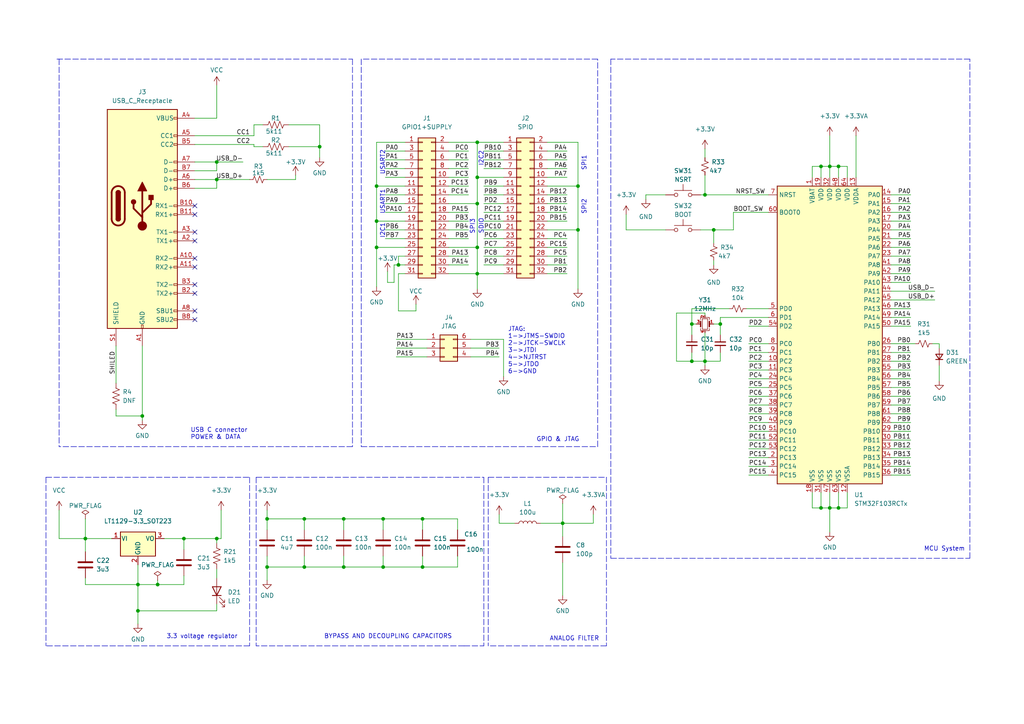
<source format=kicad_sch>
(kicad_sch (version 20211123) (generator eeschema)
  (paper "A4")
  (lib_symbols
    (symbol "Connector:USB_C_Receptacle" (pin_names (offset 1.016))
      (property "Reference" "J" (at -10.16 29.21 0))
      (property "Value" "USB_C_Receptacle" (at 10.16 29.21 0))
      (symbol "USB_C_Receptacle_1_1"
        (pin passive line (at 0 -40.64 90) (length 5.08) (name "GND") (number "A1"))
        (pin bidirectional line (at 15.24 -15.24 180) (length 5.08) (name "RX2-") (number "A10"))
        (pin bidirectional line (at 15.24 -17.78 180) (length 5.08) (name "RX2+") (number "A11"))
        (pin passive line (at 0 -40.64 90) (length 5.08) hide (name "GND") (number "A12"))
        (pin bidirectional line (at 15.24 -10.16 180) (length 5.08) (name "TX1+") (number "A2"))
        (pin bidirectional line (at 15.24 -7.62 180) (length 5.08) (name "TX1-") (number "A3"))
        (pin passive line (at 15.24 25.4 180) (length 5.08) (name "VBUS") (number "A4"))
        (pin bidirectional line (at 15.24 20.32 180) (length 5.08) (name "CC1") (number "A5"))
        (pin bidirectional line (at 15.24 7.62 180) (length 5.08) (name "D+") (number "A6"))
        (pin bidirectional line (at 15.24 12.7 180) (length 5.08) (name "D-") (number "A7"))
        (pin bidirectional line (at 15.24 -30.48 180) (length 5.08) (name "SBU1") (number "A8"))
        (pin passive line (at 15.24 25.4 180) (length 5.08) hide (name "VBUS") (number "A9"))
        (pin passive line (at 0 -40.64 90) (length 5.08) hide (name "GND") (number "B1"))
        (pin bidirectional line (at 15.24 0 180) (length 5.08) (name "RX1-") (number "B10"))
        (pin bidirectional line (at 15.24 -2.54 180) (length 5.08) (name "RX1+") (number "B11"))
        (pin passive line (at 0 -40.64 90) (length 5.08) hide (name "GND") (number "B12"))
        (pin bidirectional line (at 15.24 -25.4 180) (length 5.08) (name "TX2+") (number "B2"))
        (pin bidirectional line (at 15.24 -22.86 180) (length 5.08) (name "TX2-") (number "B3"))
        (pin passive line (at 15.24 25.4 180) (length 5.08) hide (name "VBUS") (number "B4"))
        (pin bidirectional line (at 15.24 17.78 180) (length 5.08) (name "CC2") (number "B5"))
        (pin bidirectional line (at 15.24 5.08 180) (length 5.08) (name "D+") (number "B6"))
        (pin bidirectional line (at 15.24 10.16 180) (length 5.08) (name "D-") (number "B7"))
        (pin bidirectional line (at 15.24 -33.02 180) (length 5.08) (name "SBU2") (number "B8"))
        (pin passive line (at 15.24 25.4 180) (length 5.08) hide (name "VBUS") (number "B9"))
        (pin passive line (at -7.62 -40.64 90) (length 5.08) (name "SHIELD") (number "S1"))
      )
    )
    (symbol "Connector_Generic:Conn_02x03_Counter_Clockwise" (pin_names (offset 1.016) hide)
      (property "Reference" "J" (at 1.27 5.08 0))
      (property "Value" "Conn_02x03_Counter_Clockwise" (at 1.27 -5.08 0))
      (symbol "Conn_02x03_Counter_Clockwise_1_1"
        (pin passive line (at -5.08 2.54 0) (length 3.81) (name "Pin_1") (number "1"))
        (pin passive line (at -5.08 0 0) (length 3.81) (name "Pin_2") (number "2"))
        (pin passive line (at -5.08 -2.54 0) (length 3.81) (name "Pin_3") (number "3"))
        (pin passive line (at 7.62 -2.54 180) (length 3.81) (name "Pin_4") (number "4"))
        (pin passive line (at 7.62 0 180) (length 3.81) (name "Pin_5") (number "5"))
        (pin passive line (at 7.62 2.54 180) (length 3.81) (name "Pin_6") (number "6"))
      )
    )
    (symbol "Connector_Generic:Conn_02x16_Odd_Even" (pin_names (offset 1.016) hide)
      (property "Reference" "J" (at 1.27 20.32 0))
      (property "Value" "Conn_02x16_Odd_Even" (at 1.27 -22.86 0))
      (symbol "Conn_02x16_Odd_Even_1_1"
        (pin passive line (at -5.08 17.78 0) (length 3.81) (name "Pin_1") (number "1"))
        (pin passive line (at 7.62 7.62 180) (length 3.81) (name "Pin_10") (number "10"))
        (pin passive line (at -5.08 5.08 0) (length 3.81) (name "Pin_11") (number "11"))
        (pin passive line (at 7.62 5.08 180) (length 3.81) (name "Pin_12") (number "12"))
        (pin passive line (at -5.08 2.54 0) (length 3.81) (name "Pin_13") (number "13"))
        (pin passive line (at 7.62 2.54 180) (length 3.81) (name "Pin_14") (number "14"))
        (pin passive line (at -5.08 0 0) (length 3.81) (name "Pin_15") (number "15"))
        (pin passive line (at 7.62 0 180) (length 3.81) (name "Pin_16") (number "16"))
        (pin passive line (at -5.08 -2.54 0) (length 3.81) (name "Pin_17") (number "17"))
        (pin passive line (at 7.62 -2.54 180) (length 3.81) (name "Pin_18") (number "18"))
        (pin passive line (at -5.08 -5.08 0) (length 3.81) (name "Pin_19") (number "19"))
        (pin passive line (at 7.62 17.78 180) (length 3.81) (name "Pin_2") (number "2"))
        (pin passive line (at 7.62 -5.08 180) (length 3.81) (name "Pin_20") (number "20"))
        (pin passive line (at -5.08 -7.62 0) (length 3.81) (name "Pin_21") (number "21"))
        (pin passive line (at 7.62 -7.62 180) (length 3.81) (name "Pin_22") (number "22"))
        (pin passive line (at -5.08 -10.16 0) (length 3.81) (name "Pin_23") (number "23"))
        (pin passive line (at 7.62 -10.16 180) (length 3.81) (name "Pin_24") (number "24"))
        (pin passive line (at -5.08 -12.7 0) (length 3.81) (name "Pin_25") (number "25"))
        (pin passive line (at 7.62 -12.7 180) (length 3.81) (name "Pin_26") (number "26"))
        (pin passive line (at -5.08 -15.24 0) (length 3.81) (name "Pin_27") (number "27"))
        (pin passive line (at 7.62 -15.24 180) (length 3.81) (name "Pin_28") (number "28"))
        (pin passive line (at -5.08 -17.78 0) (length 3.81) (name "Pin_29") (number "29"))
        (pin passive line (at -5.08 15.24 0) (length 3.81) (name "Pin_3") (number "3"))
        (pin passive line (at 7.62 -17.78 180) (length 3.81) (name "Pin_30") (number "30"))
        (pin passive line (at -5.08 -20.32 0) (length 3.81) (name "Pin_31") (number "31"))
        (pin passive line (at 7.62 -20.32 180) (length 3.81) (name "Pin_32") (number "32"))
        (pin passive line (at 7.62 15.24 180) (length 3.81) (name "Pin_4") (number "4"))
        (pin passive line (at -5.08 12.7 0) (length 3.81) (name "Pin_5") (number "5"))
        (pin passive line (at 7.62 12.7 180) (length 3.81) (name "Pin_6") (number "6"))
        (pin passive line (at -5.08 10.16 0) (length 3.81) (name "Pin_7") (number "7"))
        (pin passive line (at 7.62 10.16 180) (length 3.81) (name "Pin_8") (number "8"))
        (pin passive line (at -5.08 7.62 0) (length 3.81) (name "Pin_9") (number "9"))
      )
    )
    (symbol "Device:C" (pin_numbers hide) (pin_names (offset 0.254))
      (property "Reference" "C" (at 0.635 2.54 0))
      (property "Value" "C" (at 0.635 -2.54 0))
      (symbol "C_1_1"
        (pin passive line (at 0 3.81 270) (length 2.794) (name "~") (number "1"))
        (pin passive line (at 0 -3.81 90) (length 2.794) (name "~") (number "2"))
      )
    )
    (symbol "Device:C_Small" (pin_numbers hide) (pin_names (offset 0.254) hide)
      (property "Reference" "C" (at 0.254 1.778 0))
      (property "Value" "C_Small" (at 0.254 -2.032 0))
      (symbol "C_Small_1_1"
        (pin passive line (at 0 2.54 270) (length 2.032) (name "~") (number "1"))
        (pin passive line (at 0 -2.54 90) (length 2.032) (name "~") (number "2"))
      )
    )
    (symbol "Device:Crystal_GND24_Small" (pin_names (offset 1.016) hide)
      (property "Reference" "Y" (at 1.27 4.445 0))
      (property "Value" "Crystal_GND24_Small" (at 1.27 2.54 0))
      (symbol "Crystal_GND24_Small_1_1"
        (pin passive line (at -2.54 0 0) (length 1.27) (name "1") (number "1"))
        (pin passive line (at 0 -2.54 90) (length 0.635) (name "2") (number "2"))
        (pin passive line (at 2.54 0 180) (length 1.27) (name "3") (number "3"))
        (pin passive line (at 0 2.54 270) (length 0.635) (name "4") (number "4"))
      )
    )
    (symbol "Device:D_Small" (pin_numbers hide) (pin_names (offset 0.254) hide)
      (property "Reference" "D" (at -1.27 2.032 0))
      (property "Value" "D_Small" (at -3.81 -2.032 0))
      (symbol "D_Small_1_1"
        (pin passive line (at -2.54 0 0) (length 1.778) (name "K") (number "1"))
        (pin passive line (at 2.54 0 180) (length 1.778) (name "A") (number "2"))
      )
    )
    (symbol "Device:L" (pin_numbers hide) (pin_names (offset 1.016) hide)
      (property "Reference" "L" (at -1.27 0 90))
      (property "Value" "L" (at 1.905 0 90))
      (symbol "L_1_1"
        (pin passive line (at 0 3.81 270) (length 1.27) (name "1") (number "1"))
        (pin passive line (at 0 -3.81 90) (length 1.27) (name "2") (number "2"))
      )
    )
    (symbol "Device:LED" (pin_numbers hide) (pin_names (offset 1.016) hide)
      (property "Reference" "D" (at 0 2.54 0))
      (property "Value" "LED" (at 0 -2.54 0))
      (symbol "LED_1_1"
        (pin passive line (at -3.81 0 0) (length 2.54) (name "K") (number "1"))
        (pin passive line (at 3.81 0 180) (length 2.54) (name "A") (number "2"))
      )
    )
    (symbol "Device:R_Small_US" (pin_numbers hide) (pin_names (offset 0.254) hide)
      (property "Reference" "R" (at 0.762 0.508 0))
      (property "Value" "R_Small_US" (at 0.762 -1.016 0))
      (symbol "R_Small_US_1_1"
        (pin passive line (at 0 2.54 270) (length 1.016) (name "~") (number "1"))
        (pin passive line (at 0 -2.54 90) (length 1.016) (name "~") (number "2"))
      )
    )
    (symbol "Device:R_US" (pin_numbers hide) (pin_names (offset 0))
      (property "Reference" "R" (at 2.54 0 90))
      (property "Value" "R_US" (at -2.54 0 90))
      (symbol "R_US_1_1"
        (pin passive line (at 0 3.81 270) (length 1.27) (name "~") (number "1"))
        (pin passive line (at 0 -3.81 90) (length 1.27) (name "~") (number "2"))
      )
    )
    (symbol "MCU_ST_STM32F1:STM32F103RCTx"
      (property "Reference" "U" (at -15.24 44.45 0))
      (property "Value" "STM32F103RCTx" (at 10.16 44.45 0))
      (symbol "STM32F103RCTx_1_1"
        (pin power_in line (at -5.08 45.72 270) (length 2.54) (name "VBAT") (number "1"))
        (pin bidirectional line (at -17.78 -7.62 0) (length 2.54) (name "PC2") (number "10"))
        (pin bidirectional line (at -17.78 -10.16 0) (length 2.54) (name "PC3") (number "11"))
        (pin power_in line (at 5.08 -45.72 90) (length 2.54) (name "VSSA") (number "12"))
        (pin power_in line (at 7.62 45.72 270) (length 2.54) (name "VDDA") (number "13"))
        (pin bidirectional line (at 17.78 40.64 180) (length 2.54) (name "PA0") (number "14"))
        (pin bidirectional line (at 17.78 38.1 180) (length 2.54) (name "PA1") (number "15"))
        (pin bidirectional line (at 17.78 35.56 180) (length 2.54) (name "PA2") (number "16"))
        (pin bidirectional line (at 17.78 33.02 180) (length 2.54) (name "PA3") (number "17"))
        (pin power_in line (at -5.08 -45.72 90) (length 2.54) (name "VSS") (number "18"))
        (pin power_in line (at -2.54 45.72 270) (length 2.54) (name "VDD") (number "19"))
        (pin bidirectional line (at -17.78 -35.56 0) (length 2.54) (name "PC13") (number "2"))
        (pin bidirectional line (at 17.78 30.48 180) (length 2.54) (name "PA4") (number "20"))
        (pin bidirectional line (at 17.78 27.94 180) (length 2.54) (name "PA5") (number "21"))
        (pin bidirectional line (at 17.78 25.4 180) (length 2.54) (name "PA6") (number "22"))
        (pin bidirectional line (at 17.78 22.86 180) (length 2.54) (name "PA7") (number "23"))
        (pin bidirectional line (at -17.78 -12.7 0) (length 2.54) (name "PC4") (number "24"))
        (pin bidirectional line (at -17.78 -15.24 0) (length 2.54) (name "PC5") (number "25"))
        (pin bidirectional line (at 17.78 -2.54 180) (length 2.54) (name "PB0") (number "26"))
        (pin bidirectional line (at 17.78 -5.08 180) (length 2.54) (name "PB1") (number "27"))
        (pin bidirectional line (at 17.78 -7.62 180) (length 2.54) (name "PB2") (number "28"))
        (pin bidirectional line (at 17.78 -27.94 180) (length 2.54) (name "PB10") (number "29"))
        (pin bidirectional line (at -17.78 -38.1 0) (length 2.54) (name "PC14") (number "3"))
        (pin bidirectional line (at 17.78 -30.48 180) (length 2.54) (name "PB11") (number "30"))
        (pin power_in line (at -2.54 -45.72 90) (length 2.54) (name "VSS") (number "31"))
        (pin power_in line (at 0 45.72 270) (length 2.54) (name "VDD") (number "32"))
        (pin bidirectional line (at 17.78 -33.02 180) (length 2.54) (name "PB12") (number "33"))
        (pin bidirectional line (at 17.78 -35.56 180) (length 2.54) (name "PB13") (number "34"))
        (pin bidirectional line (at 17.78 -38.1 180) (length 2.54) (name "PB14") (number "35"))
        (pin bidirectional line (at 17.78 -40.64 180) (length 2.54) (name "PB15") (number "36"))
        (pin bidirectional line (at -17.78 -17.78 0) (length 2.54) (name "PC6") (number "37"))
        (pin bidirectional line (at -17.78 -20.32 0) (length 2.54) (name "PC7") (number "38"))
        (pin bidirectional line (at -17.78 -22.86 0) (length 2.54) (name "PC8") (number "39"))
        (pin bidirectional line (at -17.78 -40.64 0) (length 2.54) (name "PC15") (number "4"))
        (pin bidirectional line (at -17.78 -25.4 0) (length 2.54) (name "PC9") (number "40"))
        (pin bidirectional line (at 17.78 20.32 180) (length 2.54) (name "PA8") (number "41"))
        (pin bidirectional line (at 17.78 17.78 180) (length 2.54) (name "PA9") (number "42"))
        (pin bidirectional line (at 17.78 15.24 180) (length 2.54) (name "PA10") (number "43"))
        (pin bidirectional line (at 17.78 12.7 180) (length 2.54) (name "PA11") (number "44"))
        (pin bidirectional line (at 17.78 10.16 180) (length 2.54) (name "PA12") (number "45"))
        (pin bidirectional line (at 17.78 7.62 180) (length 2.54) (name "PA13") (number "46"))
        (pin power_in line (at 0 -45.72 90) (length 2.54) (name "VSS") (number "47"))
        (pin power_in line (at 2.54 45.72 270) (length 2.54) (name "VDD") (number "48"))
        (pin bidirectional line (at 17.78 5.08 180) (length 2.54) (name "PA14") (number "49"))
        (pin input line (at -17.78 7.62 0) (length 2.54) (name "PD0") (number "5"))
        (pin bidirectional line (at 17.78 2.54 180) (length 2.54) (name "PA15") (number "50"))
        (pin bidirectional line (at -17.78 -27.94 0) (length 2.54) (name "PC10") (number "51"))
        (pin bidirectional line (at -17.78 -30.48 0) (length 2.54) (name "PC11") (number "52"))
        (pin bidirectional line (at -17.78 -33.02 0) (length 2.54) (name "PC12") (number "53"))
        (pin bidirectional line (at -17.78 2.54 0) (length 2.54) (name "PD2") (number "54"))
        (pin bidirectional line (at 17.78 -10.16 180) (length 2.54) (name "PB3") (number "55"))
        (pin bidirectional line (at 17.78 -12.7 180) (length 2.54) (name "PB4") (number "56"))
        (pin bidirectional line (at 17.78 -15.24 180) (length 2.54) (name "PB5") (number "57"))
        (pin bidirectional line (at 17.78 -17.78 180) (length 2.54) (name "PB6") (number "58"))
        (pin bidirectional line (at 17.78 -20.32 180) (length 2.54) (name "PB7") (number "59"))
        (pin input line (at -17.78 5.08 0) (length 2.54) (name "PD1") (number "6"))
        (pin input line (at -17.78 35.56 0) (length 2.54) (name "BOOT0") (number "60"))
        (pin bidirectional line (at 17.78 -22.86 180) (length 2.54) (name "PB8") (number "61"))
        (pin bidirectional line (at 17.78 -25.4 180) (length 2.54) (name "PB9") (number "62"))
        (pin power_in line (at 2.54 -45.72 90) (length 2.54) (name "VSS") (number "63"))
        (pin power_in line (at 5.08 45.72 270) (length 2.54) (name "VDD") (number "64"))
        (pin input line (at -17.78 40.64 0) (length 2.54) (name "NRST") (number "7"))
        (pin bidirectional line (at -17.78 -2.54 0) (length 2.54) (name "PC0") (number "8"))
        (pin bidirectional line (at -17.78 -5.08 0) (length 2.54) (name "PC1") (number "9"))
      )
    )
    (symbol "Regulator_Linear:LT1129-3.3_SOT223" (pin_names (offset 0.254))
      (property "Reference" "U" (at -3.81 3.175 0))
      (property "Value" "LT1129-3.3_SOT223" (at 0 3.175 0))
      (symbol "LT1129-3.3_SOT223_1_1"
        (pin power_in line (at -7.62 0 0) (length 2.54) (name "VI") (number "1"))
        (pin power_in line (at 0 -7.62 90) (length 2.54) (name "GND") (number "2"))
        (pin power_out line (at 7.62 0 180) (length 2.54) (name "VO") (number "3"))
      )
    )
    (symbol "Switch:SW_Push" (pin_numbers hide) (pin_names (offset 1.016) hide)
      (property "Reference" "SW" (at 1.27 2.54 0))
      (property "Value" "SW_Push" (at 0 -1.524 0))
      (symbol "SW_Push_0_1"
        (pin passive line (at -5.08 0 0) (length 2.54) (name "1") (number "1"))
        (pin passive line (at 5.08 0 180) (length 2.54) (name "2") (number "2"))
      )
    )
    (symbol "power:+3.3V" (power) (pin_names (offset 0))
      (property "Value" "+3.3V" (at 0 3.556 0))
      (symbol "+3.3V_1_1"
        (pin power_in line (at 0 0 90) (length 0) hide (name "+3.3V") (number "1"))
      )
    )
    (symbol "power:+3.3VA" (power) (pin_names (offset 0))
      (property "Value" "+3.3VA" (at 0 3.556 0))
      (symbol "+3.3VA_1_1"
        (pin power_in line (at 0 0 90) (length 0) hide (name "+3.3VA") (number "1"))
      )
    )
    (symbol "power:GND" (power) (pin_names (offset 0))
      (property "Value" "GND" (at 0 -3.81 0))
      (symbol "GND_1_1"
        (pin power_in line (at 0 0 270) (length 0) hide (name "GND") (number "1"))
      )
    )
    (symbol "power:PWR_FLAG" (power) (pin_numbers hide) (pin_names (offset 0) hide)
      (property "Value" "PWR_FLAG" (at 0 3.81 0))
      (symbol "PWR_FLAG_0_0"
        (pin power_out line (at 0 0 90) (length 0) (name "pwr") (number "1"))
      )
    )
    (symbol "power:VCC" (power) (pin_names (offset 0))
      (property "Value" "VCC" (at 0 3.81 0))
      (symbol "VCC_1_1"
        (pin power_in line (at 0 0 90) (length 0) hide (name "VCC") (number "1"))
      )
    )
  )
  (junction (at 238.125 147.32))
  (junction (at 24.765 156.21))
  (junction (at 204.47 56.515))
  (junction (at 88.265 150.495))
  (junction (at 77.47 150.495))
  (junction (at 109.22 53.975))
  (junction (at 41.275 120.65))
  (junction (at 99.695 150.495))
  (junction (at 167.64 53.975))
  (junction (at 40.005 177.165))
  (junction (at 240.665 147.32))
  (junction (at 204.47 104.775))
  (junction (at 111.125 150.495))
  (junction (at 53.34 156.21))
  (junction (at 167.64 66.675))
  (junction (at 77.47 164.465))
  (junction (at 238.125 48.26))
  (junction (at 122.555 164.465))
  (junction (at 243.205 147.32))
  (junction (at 99.695 164.465))
  (junction (at 208.915 93.98))
  (junction (at 207.01 66.675))
  (junction (at 62.865 46.99))
  (junction (at 243.205 48.26))
  (junction (at 138.43 51.435))
  (junction (at 88.265 164.465))
  (junction (at 163.195 151.765))
  (junction (at 138.43 41.275))
  (junction (at 62.865 52.07))
  (junction (at 62.865 156.21))
  (junction (at 200.66 104.775))
  (junction (at 111.125 164.465))
  (junction (at 240.665 48.26))
  (junction (at 138.43 59.055))
  (junction (at 109.22 71.755))
  (junction (at 115.57 76.835))
  (junction (at 40.005 169.545))
  (junction (at 45.72 169.545))
  (junction (at 138.43 71.755))
  (junction (at 92.71 42.545))
  (junction (at 138.43 79.375))
  (junction (at 122.555 150.495))
  (junction (at 200.66 93.98))
  (junction (at 109.22 64.135))
  (no_connect (at 56.515 67.31))
  (no_connect (at 56.515 92.71))
  (no_connect (at 56.515 59.69))
  (no_connect (at 56.515 85.09))
  (no_connect (at 56.515 77.47))
  (no_connect (at 56.515 82.55))
  (no_connect (at 56.515 69.85))
  (no_connect (at 56.515 62.23))
  (no_connect (at 56.515 74.93))
  (no_connect (at 56.515 90.17))
  (wire (pts (xy 109.22 41.275) (xy 117.475 41.275)))
  (wire (pts (xy 158.75 76.835) (xy 164.465 76.835)))
  (wire (pts (xy 196.215 90.805) (xy 196.215 104.775)))
  (wire (pts (xy 258.445 92.075) (xy 264.16 92.075)))
  (wire (pts (xy 207.01 93.98) (xy 208.915 93.98)))
  (wire (pts (xy 112.395 81.915) (xy 112.395 78.74)))
  (wire (pts (xy 130.175 71.755) (xy 138.43 71.755)))
  (wire (pts (xy 217.17 102.235) (xy 222.885 102.235)))
  (polyline (pts (xy 141.605 138.43) (xy 141.605 187.325)))
  (wire (pts (xy 62.865 156.21) (xy 64.135 156.21)))
  (wire (pts (xy 217.17 112.395) (xy 222.885 112.395)))
  (wire (pts (xy 136.525 100.965) (xy 144.78 100.965)))
  (wire (pts (xy 258.445 120.015) (xy 264.16 120.015)))
  (wire (pts (xy 217.17 107.315) (xy 222.885 107.315)))
  (polyline (pts (xy 72.39 138.43) (xy 72.39 187.325)))
  (wire (pts (xy 243.205 142.875) (xy 243.205 147.32)))
  (wire (pts (xy 109.22 64.135) (xy 117.475 64.135)))
  (wire (pts (xy 73.66 42.545) (xy 76.2 42.545)))
  (wire (pts (xy 140.335 66.675) (xy 146.05 66.675)))
  (wire (pts (xy 77.47 52.07) (xy 85.725 52.07)))
  (wire (pts (xy 158.75 48.895) (xy 164.465 48.895)))
  (polyline (pts (xy 104.775 17.145) (xy 104.775 129.54)))
  (wire (pts (xy 140.335 71.755) (xy 146.05 71.755)))
  (wire (pts (xy 62.865 165.1) (xy 62.865 167.64)))
  (wire (pts (xy 138.43 59.055) (xy 138.43 71.755)))
  (wire (pts (xy 201.93 93.98) (xy 200.66 93.98)))
  (wire (pts (xy 111.125 150.495) (xy 111.125 153.67)))
  (wire (pts (xy 41.275 100.33) (xy 41.275 120.65)))
  (wire (pts (xy 130.175 46.355) (xy 135.89 46.355)))
  (wire (pts (xy 258.445 66.675) (xy 264.16 66.675)))
  (wire (pts (xy 258.445 125.095) (xy 264.16 125.095)))
  (wire (pts (xy 62.865 34.29) (xy 62.865 24.765)))
  (wire (pts (xy 132.715 150.495) (xy 122.555 150.495)))
  (wire (pts (xy 132.715 161.29) (xy 132.715 164.465)))
  (wire (pts (xy 144.78 151.765) (xy 149.225 151.765)))
  (polyline (pts (xy 134.62 187.325) (xy 140.335 187.325)))
  (wire (pts (xy 245.745 142.875) (xy 245.745 147.32)))
  (wire (pts (xy 216.535 89.535) (xy 222.885 89.535)))
  (wire (pts (xy 111.76 46.355) (xy 117.475 46.355)))
  (polyline (pts (xy 16.51 17.145) (xy 102.235 17.145)))
  (wire (pts (xy 115.57 79.375) (xy 117.475 79.375)))
  (wire (pts (xy 53.34 169.545) (xy 45.72 169.545)))
  (wire (pts (xy 109.22 53.975) (xy 117.475 53.975)))
  (wire (pts (xy 163.195 163.195) (xy 163.195 172.72)))
  (wire (pts (xy 217.17 127.635) (xy 222.885 127.635)))
  (wire (pts (xy 109.22 53.975) (xy 109.22 64.135)))
  (wire (pts (xy 158.75 74.295) (xy 164.465 74.295)))
  (wire (pts (xy 245.745 48.26) (xy 243.205 48.26)))
  (wire (pts (xy 140.335 56.515) (xy 146.05 56.515)))
  (wire (pts (xy 235.585 48.26) (xy 238.125 48.26)))
  (wire (pts (xy 258.445 69.215) (xy 264.16 69.215)))
  (wire (pts (xy 115.57 90.17) (xy 120.65 90.17)))
  (polyline (pts (xy 134.62 187.325) (xy 74.295 187.325)))
  (wire (pts (xy 111.125 150.495) (xy 122.555 150.495)))
  (wire (pts (xy 115.57 76.835) (xy 114.3 76.835)))
  (wire (pts (xy 109.22 41.275) (xy 109.22 53.975)))
  (wire (pts (xy 258.445 112.395) (xy 264.16 112.395)))
  (wire (pts (xy 73.66 39.37) (xy 56.515 39.37)))
  (wire (pts (xy 53.34 167.005) (xy 53.34 169.545)))
  (wire (pts (xy 258.445 94.615) (xy 264.16 94.615)))
  (wire (pts (xy 140.335 61.595) (xy 146.05 61.595)))
  (wire (pts (xy 217.17 130.175) (xy 222.885 130.175)))
  (wire (pts (xy 272.415 100.965) (xy 272.415 99.695)))
  (wire (pts (xy 204.47 50.8) (xy 204.47 56.515)))
  (wire (pts (xy 140.335 43.815) (xy 146.05 43.815)))
  (wire (pts (xy 243.205 48.26) (xy 240.665 48.26)))
  (wire (pts (xy 204.47 96.52) (xy 204.47 104.775)))
  (wire (pts (xy 17.145 147.955) (xy 17.145 156.21)))
  (wire (pts (xy 45.72 168.275) (xy 45.72 169.545)))
  (wire (pts (xy 132.715 153.67) (xy 132.715 150.495)))
  (wire (pts (xy 158.75 43.815) (xy 164.465 43.815)))
  (wire (pts (xy 114.3 81.915) (xy 112.395 81.915)))
  (wire (pts (xy 62.865 52.07) (xy 72.39 52.07)))
  (wire (pts (xy 238.125 147.32) (xy 240.665 147.32)))
  (wire (pts (xy 136.525 98.425) (xy 146.05 98.425)))
  (wire (pts (xy 140.335 59.055) (xy 146.05 59.055)))
  (wire (pts (xy 136.525 103.505) (xy 144.78 103.505)))
  (wire (pts (xy 158.75 53.975) (xy 167.64 53.975)))
  (polyline (pts (xy 72.39 187.325) (xy 13.335 187.325)))
  (wire (pts (xy 258.445 117.475) (xy 264.16 117.475)))
  (polyline (pts (xy 175.895 187.325) (xy 141.605 187.325)))
  (wire (pts (xy 77.47 164.465) (xy 77.47 168.275)))
  (wire (pts (xy 132.715 164.465) (xy 122.555 164.465)))
  (wire (pts (xy 111.76 48.895) (xy 117.475 48.895)))
  (wire (pts (xy 111.76 66.675) (xy 117.475 66.675)))
  (wire (pts (xy 56.515 46.99) (xy 62.865 46.99)))
  (wire (pts (xy 140.335 76.835) (xy 146.05 76.835)))
  (wire (pts (xy 258.445 71.755) (xy 264.16 71.755)))
  (wire (pts (xy 207.01 75.565) (xy 207.01 76.835)))
  (wire (pts (xy 41.275 120.65) (xy 41.275 121.92)))
  (wire (pts (xy 109.22 71.755) (xy 117.475 71.755)))
  (wire (pts (xy 111.76 59.055) (xy 117.475 59.055)))
  (wire (pts (xy 217.17 117.475) (xy 222.885 117.475)))
  (wire (pts (xy 130.175 56.515) (xy 135.89 56.515)))
  (wire (pts (xy 208.915 104.775) (xy 204.47 104.775)))
  (wire (pts (xy 92.71 36.195) (xy 92.71 42.545)))
  (polyline (pts (xy 173.355 129.54) (xy 173.355 17.145)))
  (wire (pts (xy 24.765 167.64) (xy 24.765 169.545)))
  (wire (pts (xy 83.82 36.195) (xy 92.71 36.195)))
  (wire (pts (xy 111.125 161.29) (xy 111.125 164.465)))
  (wire (pts (xy 111.76 69.215) (xy 117.475 69.215)))
  (wire (pts (xy 240.665 48.26) (xy 240.665 51.435)))
  (wire (pts (xy 88.265 164.465) (xy 99.695 164.465)))
  (wire (pts (xy 40.005 169.545) (xy 40.005 177.165)))
  (wire (pts (xy 99.695 150.495) (xy 111.125 150.495)))
  (wire (pts (xy 258.445 99.695) (xy 265.43 99.695)))
  (wire (pts (xy 208.915 93.98) (xy 208.915 97.155)))
  (wire (pts (xy 222.885 92.075) (xy 208.915 92.075)))
  (wire (pts (xy 130.175 66.675) (xy 135.89 66.675)))
  (wire (pts (xy 85.725 52.07) (xy 85.725 50.8)))
  (wire (pts (xy 235.585 51.435) (xy 235.585 48.26)))
  (wire (pts (xy 258.445 132.715) (xy 264.16 132.715)))
  (wire (pts (xy 140.335 69.215) (xy 146.05 69.215)))
  (wire (pts (xy 204.47 90.805) (xy 196.215 90.805)))
  (wire (pts (xy 238.125 51.435) (xy 238.125 48.26)))
  (wire (pts (xy 258.445 64.135) (xy 264.16 64.135)))
  (wire (pts (xy 212.725 61.595) (xy 222.885 61.595)))
  (wire (pts (xy 138.43 41.275) (xy 146.05 41.275)))
  (wire (pts (xy 56.515 54.61) (xy 62.865 54.61)))
  (wire (pts (xy 272.415 106.045) (xy 272.415 110.49)))
  (wire (pts (xy 130.175 79.375) (xy 138.43 79.375)))
  (wire (pts (xy 73.66 41.91) (xy 73.66 42.545)))
  (wire (pts (xy 56.515 41.91) (xy 73.66 41.91)))
  (wire (pts (xy 88.265 150.495) (xy 99.695 150.495)))
  (wire (pts (xy 208.915 102.235) (xy 208.915 104.775)))
  (wire (pts (xy 258.445 84.455) (xy 271.145 84.455)))
  (wire (pts (xy 115.57 76.835) (xy 117.475 76.835)))
  (wire (pts (xy 258.445 79.375) (xy 264.16 79.375)))
  (wire (pts (xy 130.175 76.835) (xy 135.89 76.835)))
  (wire (pts (xy 99.695 164.465) (xy 111.125 164.465)))
  (wire (pts (xy 243.205 147.32) (xy 240.665 147.32)))
  (wire (pts (xy 146.05 98.425) (xy 146.05 109.22)))
  (wire (pts (xy 217.17 135.255) (xy 222.885 135.255)))
  (wire (pts (xy 240.665 39.37) (xy 240.665 48.26)))
  (wire (pts (xy 207.01 66.675) (xy 212.725 66.675)))
  (wire (pts (xy 111.76 43.815) (xy 117.475 43.815)))
  (polyline (pts (xy 104.775 129.54) (xy 173.355 129.54)))
  (wire (pts (xy 258.445 76.835) (xy 264.16 76.835)))
  (wire (pts (xy 258.445 102.235) (xy 264.16 102.235)))
  (wire (pts (xy 258.445 56.515) (xy 264.16 56.515)))
  (wire (pts (xy 200.66 104.775) (xy 204.47 104.775)))
  (wire (pts (xy 204.47 91.44) (xy 204.47 90.805)))
  (polyline (pts (xy 141.605 138.43) (xy 175.895 138.43)))
  (wire (pts (xy 62.865 177.165) (xy 40.005 177.165)))
  (wire (pts (xy 47.625 156.21) (xy 53.34 156.21)))
  (wire (pts (xy 196.215 104.775) (xy 200.66 104.775)))
  (wire (pts (xy 62.865 156.21) (xy 62.865 157.48)))
  (wire (pts (xy 200.66 93.98) (xy 200.66 89.535)))
  (polyline (pts (xy 74.295 138.43) (xy 74.295 187.325)))
  (wire (pts (xy 99.695 150.495) (xy 99.695 153.67)))
  (wire (pts (xy 245.745 51.435) (xy 245.745 48.26)))
  (wire (pts (xy 238.125 48.26) (xy 240.665 48.26)))
  (wire (pts (xy 204.47 56.515) (xy 222.885 56.515)))
  (wire (pts (xy 238.125 142.875) (xy 238.125 147.32)))
  (wire (pts (xy 193.04 66.675) (xy 181.61 66.675)))
  (wire (pts (xy 83.82 42.545) (xy 92.71 42.545)))
  (wire (pts (xy 258.445 127.635) (xy 264.16 127.635)))
  (wire (pts (xy 114.3 76.835) (xy 114.3 81.915)))
  (wire (pts (xy 77.47 150.495) (xy 88.265 150.495)))
  (wire (pts (xy 181.61 66.675) (xy 181.61 62.23)))
  (wire (pts (xy 24.765 169.545) (xy 40.005 169.545)))
  (wire (pts (xy 130.175 64.135) (xy 135.89 64.135)))
  (wire (pts (xy 24.765 156.21) (xy 32.385 156.21)))
  (polyline (pts (xy 135.255 138.43) (xy 140.335 138.43)))
  (wire (pts (xy 122.555 150.495) (xy 122.555 153.67)))
  (wire (pts (xy 17.145 156.21) (xy 24.765 156.21)))
  (wire (pts (xy 204.47 104.775) (xy 204.47 106.045)))
  (wire (pts (xy 53.34 156.21) (xy 53.34 159.385)))
  (wire (pts (xy 111.76 56.515) (xy 117.475 56.515)))
  (wire (pts (xy 138.43 79.375) (xy 146.05 79.375)))
  (wire (pts (xy 258.445 122.555) (xy 264.16 122.555)))
  (wire (pts (xy 217.17 137.795) (xy 222.885 137.795)))
  (wire (pts (xy 24.765 150.495) (xy 24.765 156.21)))
  (polyline (pts (xy 102.235 129.54) (xy 17.145 129.54)))
  (wire (pts (xy 258.445 89.535) (xy 264.16 89.535)))
  (wire (pts (xy 258.445 114.935) (xy 264.16 114.935)))
  (wire (pts (xy 114.935 98.425) (xy 123.825 98.425)))
  (wire (pts (xy 158.75 79.375) (xy 164.465 79.375)))
  (wire (pts (xy 217.17 114.935) (xy 222.885 114.935)))
  (wire (pts (xy 130.175 51.435) (xy 135.89 51.435)))
  (wire (pts (xy 114.935 100.965) (xy 123.825 100.965)))
  (polyline (pts (xy 74.295 138.43) (xy 134.62 138.43)))
  (wire (pts (xy 217.17 104.775) (xy 222.885 104.775)))
  (wire (pts (xy 203.2 56.515) (xy 204.47 56.515)))
  (polyline (pts (xy 175.895 138.43) (xy 175.895 187.325)))
  (wire (pts (xy 115.57 79.375) (xy 115.57 90.17)))
  (wire (pts (xy 187.325 57.785) (xy 187.325 56.515)))
  (wire (pts (xy 240.665 147.32) (xy 240.665 154.305)))
  (wire (pts (xy 172.085 151.765) (xy 172.085 149.225)))
  (wire (pts (xy 187.325 56.515) (xy 193.04 56.515)))
  (wire (pts (xy 62.865 46.99) (xy 70.485 46.99)))
  (wire (pts (xy 122.555 164.465) (xy 122.555 161.29)))
  (wire (pts (xy 217.17 99.695) (xy 222.885 99.695)))
  (wire (pts (xy 258.445 74.295) (xy 264.16 74.295)))
  (wire (pts (xy 33.655 120.65) (xy 41.275 120.65)))
  (wire (pts (xy 158.75 51.435) (xy 164.465 51.435)))
  (wire (pts (xy 62.865 175.26) (xy 62.865 177.165)))
  (wire (pts (xy 240.665 142.875) (xy 240.665 147.32)))
  (wire (pts (xy 258.445 137.795) (xy 264.16 137.795)))
  (wire (pts (xy 167.64 41.275) (xy 167.64 53.975)))
  (wire (pts (xy 258.445 109.855) (xy 264.16 109.855)))
  (wire (pts (xy 77.47 164.465) (xy 88.265 164.465)))
  (wire (pts (xy 140.335 53.975) (xy 146.05 53.975)))
  (wire (pts (xy 158.75 59.055) (xy 164.465 59.055)))
  (wire (pts (xy 163.195 155.575) (xy 163.195 151.765)))
  (wire (pts (xy 130.175 43.815) (xy 135.89 43.815)))
  (polyline (pts (xy 13.335 138.43) (xy 13.335 187.325)))
  (wire (pts (xy 109.22 71.755) (xy 109.22 83.185)))
  (wire (pts (xy 258.445 130.175) (xy 264.16 130.175)))
  (wire (pts (xy 45.72 169.545) (xy 40.005 169.545)))
  (wire (pts (xy 138.43 51.435) (xy 146.05 51.435)))
  (wire (pts (xy 138.43 71.755) (xy 138.43 79.375)))
  (wire (pts (xy 217.17 94.615) (xy 222.885 94.615)))
  (wire (pts (xy 156.845 151.765) (xy 163.195 151.765)))
  (wire (pts (xy 73.66 36.195) (xy 76.2 36.195)))
  (wire (pts (xy 77.47 150.495) (xy 77.47 153.67)))
  (wire (pts (xy 115.57 74.295) (xy 115.57 76.835)))
  (wire (pts (xy 217.17 132.715) (xy 222.885 132.715)))
  (wire (pts (xy 140.335 64.135) (xy 146.05 64.135)))
  (wire (pts (xy 258.445 135.255) (xy 264.16 135.255)))
  (wire (pts (xy 92.71 42.545) (xy 92.71 45.72)))
  (wire (pts (xy 258.445 59.055) (xy 264.16 59.055)))
  (wire (pts (xy 56.515 49.53) (xy 62.865 49.53)))
  (wire (pts (xy 130.175 48.895) (xy 135.89 48.895)))
  (wire (pts (xy 158.75 56.515) (xy 164.465 56.515)))
  (wire (pts (xy 158.75 69.215) (xy 164.465 69.215)))
  (wire (pts (xy 163.195 146.05) (xy 163.195 151.765)))
  (wire (pts (xy 158.75 61.595) (xy 164.465 61.595)))
  (wire (pts (xy 138.43 79.375) (xy 138.43 83.82)))
  (wire (pts (xy 40.005 177.165) (xy 40.005 180.975)))
  (wire (pts (xy 207.01 66.675) (xy 207.01 70.485)))
  (wire (pts (xy 212.725 61.595) (xy 212.725 66.675)))
  (wire (pts (xy 40.005 163.83) (xy 40.005 169.545)))
  (wire (pts (xy 77.47 147.955) (xy 77.47 150.495)))
  (wire (pts (xy 158.75 46.355) (xy 164.465 46.355)))
  (wire (pts (xy 33.655 100.33) (xy 33.655 111.125)))
  (polyline (pts (xy 140.335 138.43) (xy 140.335 187.325)))
  (polyline (pts (xy 177.165 17.145) (xy 177.165 161.925)))
  (wire (pts (xy 99.695 161.29) (xy 99.695 164.465)))
  (wire (pts (xy 167.64 53.975) (xy 167.64 66.675)))
  (wire (pts (xy 204.47 45.72) (xy 204.47 43.18)))
  (wire (pts (xy 33.655 118.745) (xy 33.655 120.65)))
  (wire (pts (xy 62.865 54.61) (xy 62.865 52.07)))
  (wire (pts (xy 217.17 120.015) (xy 222.885 120.015)))
  (wire (pts (xy 111.76 51.435) (xy 117.475 51.435)))
  (wire (pts (xy 88.265 150.495) (xy 88.265 153.67)))
  (polyline (pts (xy 173.355 17.145) (xy 104.775 17.145)))
  (wire (pts (xy 217.17 122.555) (xy 222.885 122.555)))
  (wire (pts (xy 144.78 149.225) (xy 144.78 151.765)))
  (wire (pts (xy 130.175 59.055) (xy 138.43 59.055)))
  (polyline (pts (xy 281.305 17.145) (xy 177.165 17.145)))
  (wire (pts (xy 138.43 41.275) (xy 138.43 51.435)))
  (wire (pts (xy 88.265 161.29) (xy 88.265 164.465)))
  (wire (pts (xy 120.65 90.17) (xy 120.65 88.265)))
  (polyline (pts (xy 102.235 17.145) (xy 102.235 129.54)))
  (wire (pts (xy 200.66 102.235) (xy 200.66 104.775)))
  (wire (pts (xy 163.195 151.765) (xy 172.085 151.765)))
  (wire (pts (xy 235.585 142.875) (xy 235.585 147.32)))
  (polyline (pts (xy 177.165 161.925) (xy 281.305 161.925)))
  (wire (pts (xy 208.915 92.075) (xy 208.915 93.98)))
  (polyline (pts (xy 281.305 161.925) (xy 281.305 17.145)))
  (wire (pts (xy 53.34 156.21) (xy 62.865 156.21)))
  (polyline (pts (xy 17.145 17.145) (xy 17.145 129.54)))
  (wire (pts (xy 130.175 41.275) (xy 138.43 41.275)))
  (wire (pts (xy 138.43 51.435) (xy 138.43 59.055)))
  (wire (pts (xy 270.51 99.695) (xy 272.415 99.695)))
  (wire (pts (xy 258.445 86.995) (xy 271.145 86.995)))
  (wire (pts (xy 258.445 81.915) (xy 264.16 81.915)))
  (wire (pts (xy 109.22 64.135) (xy 109.22 71.755)))
  (wire (pts (xy 64.135 147.955) (xy 64.135 156.21)))
  (wire (pts (xy 167.64 66.675) (xy 167.64 83.82)))
  (wire (pts (xy 217.17 109.855) (xy 222.885 109.855)))
  (wire (pts (xy 24.765 156.21) (xy 24.765 160.02)))
  (wire (pts (xy 258.445 61.595) (xy 264.16 61.595)))
  (wire (pts (xy 111.125 164.465) (xy 122.555 164.465)))
  (wire (pts (xy 117.475 74.295) (xy 115.57 74.295)))
  (wire (pts (xy 111.76 61.595) (xy 117.475 61.595)))
  (wire (pts (xy 130.175 53.975) (xy 135.89 53.975)))
  (wire (pts (xy 235.585 147.32) (xy 238.125 147.32)))
  (wire (pts (xy 200.66 93.98) (xy 200.66 97.155)))
  (wire (pts (xy 130.175 69.215) (xy 135.89 69.215)))
  (wire (pts (xy 130.175 74.295) (xy 135.89 74.295)))
  (wire (pts (xy 200.66 89.535) (xy 211.455 89.535)))
  (wire (pts (xy 140.335 48.895) (xy 146.05 48.895)))
  (wire (pts (xy 62.865 49.53) (xy 62.865 46.99)))
  (wire (pts (xy 245.745 147.32) (xy 243.205 147.32)))
  (wire (pts (xy 62.865 52.07) (xy 56.515 52.07)))
  (wire (pts (xy 114.935 103.505) (xy 123.825 103.505)))
  (wire (pts (xy 140.335 46.355) (xy 146.05 46.355)))
  (wire (pts (xy 158.75 71.755) (xy 164.465 71.755)))
  (wire (pts (xy 77.47 161.29) (xy 77.47 164.465)))
  (polyline (pts (xy 13.335 138.43) (xy 72.39 138.43)))
  (wire (pts (xy 248.285 39.37) (xy 248.285 51.435)))
  (wire (pts (xy 56.515 34.29) (xy 62.865 34.29)))
  (wire (pts (xy 140.335 74.295) (xy 146.05 74.295)))
  (wire (pts (xy 158.75 41.275) (xy 167.64 41.275)))
  (wire (pts (xy 258.445 107.315) (xy 264.16 107.315)))
  (wire (pts (xy 203.2 66.675) (xy 207.01 66.675)))
  (wire (pts (xy 158.75 66.675) (xy 167.64 66.675)))
  (wire (pts (xy 158.75 64.135) (xy 164.465 64.135)))
  (wire (pts (xy 243.205 48.26) (xy 243.205 51.435)))
  (wire (pts (xy 258.445 104.775) (xy 264.16 104.775)))
  (wire (pts (xy 130.175 61.595) (xy 135.89 61.595)))
  (wire (pts (xy 73.66 36.195) (xy 73.66 39.37)))
  (wire (pts (xy 217.17 125.095) (xy 222.885 125.095)))
  (text "I2C1" (at 111.76 69.215 90) (effects (font (size 1.27 1.27)) (justify left bottom)))
  (text "SPI2\n" (at 170.18 57.785 270) (effects (font (size 1.27 1.27)) (justify right bottom)))
  (text "ANALOG FILTER\n" (at 159.385 186.055 0) (effects (font (size 1.27 1.27)) (justify left bottom)))
  (text "SDIO" (at 140.335 67.945 90) (effects (font (size 1.27 1.27)) (justify left bottom)))
  (text "USART2" (at 111.76 50.8 90) (effects (font (size 1.27 1.27)) (justify left bottom)))
  (text "3.3 voltage regulator\n" (at 48.26 185.42 0) (effects (font (size 1.27 1.27)) (justify left bottom)))
  (text "SPI1" (at 170.18 45.085 270) (effects (font (size 1.27 1.27)) (justify right bottom)))
  (text "USART1" (at 111.76 62.23 90) (effects (font (size 1.27 1.27)) (justify left bottom)))
  (text "BYPASS AND DECOUPLING CAPACITORS\n" (at 93.98 185.42 0) (effects (font (size 1.27 1.27)) (justify left bottom)))
  (text "MCU System" (at 267.97 160.02 0) (effects (font (size 1.27 1.27)) (justify left bottom)))
  (text "SPI3\n" (at 137.795 63.5 270) (effects (font (size 1.27 1.27)) (justify right bottom)))
  (text "USB C connector\nPOWER & DATA\n" (at 55.245 127.635 0) (effects (font (size 1.27 1.27)) (justify left bottom)))
  (text "JTAG:\n1->JTMS-SWDIO\n2->JTCK-SWCLK\n3->JTDI\n4->NJTRST\n5->JTDO\n6->GND" (at 147.32 108.585 0) (effects (font (size 1.27 1.27)) (justify left bottom)))
  (text "I2C2\n" (at 140.335 48.26 90) (effects (font (size 1.27 1.27)) (justify left bottom)))
  (text "GPIO & JTAG" (at 155.575 128.27 0) (effects (font (size 1.27 1.27)) (justify left bottom)))
  (label "PC10" (at 140.335 66.675 0))
  (label "PC9" (at 140.335 76.835 0))
  (label "PB2" (at 264.16 104.775 180))
  (label "PA14" (at 264.16 92.075 180))
  (label "PC12" (at 140.335 61.595 0))
  (label "PA5" (at 264.16 69.215 180))
  (label "PC13" (at 135.89 53.975 180))
  (label "PB12" (at 164.465 56.515 180))
  (label "PC14" (at 135.89 56.515 180))
  (label "PB6" (at 111.76 66.675 0))
  (label "PA15" (at 264.16 94.615 180))
  (label "PA13" (at 264.16 89.535 180))
  (label "PA0" (at 264.16 56.515 180))
  (label "PA5" (at 164.465 46.355 180))
  (label "PA7" (at 264.16 74.295 180))
  (label "PB13" (at 264.16 132.715 180))
  (label "PC7" (at 140.335 71.755 0))
  (label "PB13" (at 164.465 59.055 180))
  (label "PA4" (at 164.465 43.815 180))
  (label "PB15" (at 164.465 64.135 180))
  (label "PB9" (at 264.16 122.555 180))
  (label "PB0" (at 264.16 99.695 180))
  (label "PC6" (at 217.17 114.935 0))
  (label "PB5" (at 264.16 112.395 180))
  (label "PA3" (at 111.76 51.435 0))
  (label "PB12" (at 264.16 130.175 180))
  (label "NRST_SW" (at 213.36 56.515 0))
  (label "PC0" (at 135.89 43.815 180))
  (label "CC2" (at 68.58 41.91 0))
  (label "PB14" (at 164.465 61.595 180))
  (label "PA8" (at 264.16 76.835 180))
  (label "PB8" (at 140.335 56.515 0))
  (label "PC1" (at 135.89 46.355 180))
  (label "PA4" (at 264.16 66.675 180))
  (label "PC11" (at 140.335 64.135 0))
  (label "SHILED" (at 33.655 108.585 90))
  (label "PA8" (at 111.76 56.515 0))
  (label "PA13" (at 114.935 98.425 0))
  (label "PA9" (at 264.16 79.375 180))
  (label "PA2" (at 264.16 61.595 180))
  (label "PA9" (at 111.76 59.055 0))
  (label "PC9" (at 217.17 122.555 0))
  (label "PB1" (at 164.465 76.835 180))
  (label "PA10" (at 111.76 61.595 0))
  (label "PB11" (at 264.16 127.635 180))
  (label "PC4" (at 164.465 69.215 180))
  (label "PA0" (at 111.76 43.815 0))
  (label "USB_D+" (at 271.145 86.995 180))
  (label "PA7" (at 164.465 51.435 180))
  (label "PA1" (at 264.16 59.055 180))
  (label "PB4" (at 135.89 66.675 180))
  (label "PA10" (at 264.16 81.915 180))
  (label "USB_D+" (at 70.485 52.07 180))
  (label "BOOT_SW" (at 212.725 61.595 0))
  (label "PC3" (at 135.89 51.435 180))
  (label "PC4" (at 217.17 109.855 0))
  (label "PA3" (at 264.16 64.135 180))
  (label "PA13" (at 135.89 74.295 180))
  (label "USB_D-" (at 70.485 46.99 180))
  (label "PB2" (at 164.465 79.375 180))
  (label "PB7" (at 264.16 117.475 180))
  (label "PB10" (at 264.16 125.095 180))
  (label "PB3" (at 144.78 100.965 180))
  (label "PC15" (at 164.465 71.755 180))
  (label "PB8" (at 264.16 120.015 180))
  (label "PC7" (at 217.17 117.475 0))
  (label "PC11" (at 217.17 127.635 0))
  (label "PB15" (at 264.16 137.795 180))
  (label "PB3" (at 264.16 107.315 180))
  (label "PC10" (at 217.17 125.095 0))
  (label "PC0" (at 217.17 99.695 0))
  (label "PC3" (at 217.17 107.315 0))
  (label "PC5" (at 217.17 112.395 0))
  (label "PC15" (at 217.17 137.795 0))
  (label "PB12" (at 140.335 48.895 0))
  (label "PD2" (at 140.335 59.055 0))
  (label "PC2" (at 135.89 48.895 180))
  (label "PA2" (at 111.76 48.895 0))
  (label "PB14" (at 264.16 135.255 180))
  (label "PD2" (at 217.17 94.615 0))
  (label "PC5" (at 164.465 74.295 180))
  (label "PB6" (at 264.16 114.935 180))
  (label "PC8" (at 140.335 74.295 0))
  (label "PC2" (at 217.17 104.775 0))
  (label "USB_D-" (at 271.145 84.455 180))
  (label "PC12" (at 217.17 130.175 0))
  (label "PB3" (at 135.89 64.135 180))
  (label "PB1" (at 264.16 102.235 180))
  (label "PB4" (at 144.78 103.505 180))
  (label "PB9" (at 140.335 53.975 0))
  (label "PA6" (at 264.16 71.755 180))
  (label "PB5" (at 135.89 69.215 180))
  (label "PC6" (at 140.335 69.215 0))
  (label "PB11" (at 140.335 46.355 0))
  (label "PB10" (at 140.335 43.815 0))
  (label "PC8" (at 217.17 120.015 0))
  (label "PA6" (at 164.465 48.895 180))
  (label "PA15" (at 114.935 103.505 0))
  (label "PA15" (at 135.89 61.595 180))
  (label "PB4" (at 264.16 109.855 180))
  (label "PA14" (at 114.935 100.965 0))
  (label "PC14" (at 217.17 135.255 0))
  (label "PB7" (at 111.76 69.215 0))
  (label "CC1" (at 68.58 39.37 0))
  (label "PC1" (at 217.17 102.235 0))
  (label "PA1" (at 111.76 46.355 0))
  (label "PC13" (at 217.17 132.715 0))
  (label "PA14" (at 135.89 76.835 180))
  (symbol (lib_id "power:+3.3V") (at 144.78 149.225 0) (unit 1)
    (property "Reference" "#PWR018" (effects hide))
    (property "Value" "+3.3V" (at 144.78 143.51 0))
  )
  (symbol (lib_id "Device:LED") (at 62.865 171.45 90) (unit 1)
    (property "Reference" "D21" (at 66.04 171.7674 90) (effects (justify right)))
    (property "Value" "LED" (at 66.04 174.3074 90) (effects (justify right)))
    (property "Footprint" "Diode_SMD:D_0603_1608Metric" (effects hide))
  )
  (symbol (lib_id "Device:R_US") (at 33.655 114.935 0) (unit 1)
    (property "Reference" "R4" (at 35.56 113.6649 0) (effects (justify left)))
    (property "Value" "DNF" (at 35.56 116.2049 0) (effects (justify left)))
    (property "Footprint" "Resistor_SMD:R_0603_1608Metric" (effects hide))
  )
  (symbol (lib_id "Device:R_Small_US") (at 74.93 52.07 90) (unit 1)
    (property "Reference" "R3" (at 74.93 48.26 90))
    (property "Value" "1k5" (at 74.93 50.165 90))
    (property "Footprint" "Resistor_SMD:R_0603_1608Metric" (effects hide))
  )
  (symbol (lib_id "Switch:SW_Push") (at 198.12 66.675 0) (unit 1)
    (property "Reference" "SW32" (at 198.12 59.69 0))
    (property "Value" "BOOT" (at 198.12 62.23 0))
    (property "Footprint" "China:3x4x2mm Switch Tactile" (effects hide))
  )
  (symbol (lib_id "Device:R_Small_US") (at 204.47 48.26 180) (unit 1)
    (property "Reference" "R33" (at 206.375 46.99 0) (effects (justify right)))
    (property "Value" "4k7" (at 205.74 49.53 0) (effects (justify right)))
    (property "Footprint" "Resistor_SMD:R_0603_1608Metric" (effects hide))
  )
  (symbol (lib_id "Device:R_Small_US") (at 213.995 89.535 90) (unit 1)
    (property "Reference" "R32" (at 213.995 83.82 90))
    (property "Value" "10k" (at 213.995 86.36 90))
    (property "Footprint" "Resistor_SMD:R_0603_1608Metric" (effects hide))
  )
  (symbol (lib_id "MCU_ST_STM32F1:STM32F103RCTx") (at 240.665 97.155 0) (unit 1)
    (property "Reference" "U1" (at 247.7644 143.51 0) (effects (justify left)))
    (property "Value" "STM32F103RCTx" (at 247.7644 146.05 0) (effects (justify left)))
    (property "Footprint" "Package_QFP:LQFP-64_10x10mm_P0.5mm" (effects hide))
    (property "Datasheet" "http://www.st.com/st-web-ui/static/active/en/resource/technical/document/datasheet/CD00191185.pdf" (effects hide))
  )
  (symbol (lib_id "Device:R_US") (at 80.01 42.545 90) (unit 1)
    (property "Reference" "R2" (at 81.28 40.64 90) (effects (justify left)))
    (property "Value" "5k11" (at 81.915 44.45 90) (effects (justify left)))
    (property "Footprint" "Resistor_SMD:R_0603_1608Metric" (effects hide))
  )
  (symbol (lib_id "power:GND") (at 207.01 76.835 0) (unit 1)
    (property "Reference" "#PWR0101" (effects hide))
    (property "Value" "GND" (at 207.01 81.915 0))
  )
  (symbol (lib_id "power:GND") (at 167.64 83.82 0) (unit 1)
    (property "Reference" "#PWR09" (effects hide))
    (property "Value" "GND" (at 167.64 88.265 0))
  )
  (symbol (lib_id "power:VCC") (at 17.145 147.955 0) (unit 1)
    (property "Reference" "#PWR023" (effects hide))
    (property "Value" "VCC" (at 17.145 142.24 0))
  )
  (symbol (lib_id "power:PWR_FLAG") (at 163.195 146.05 0) (unit 1)
    (property "Reference" "#FLG02" (effects hide))
    (property "Value" "PWR_FLAG" (at 163.195 142.24 0))
  )
  (symbol (lib_id "power:GND") (at 109.22 83.185 0) (unit 1)
    (property "Reference" "#PWR07" (effects hide))
    (property "Value" "GND" (at 109.22 87.63 0))
  )
  (symbol (lib_id "power:VCC") (at 62.865 24.765 0) (unit 1)
    (property "Reference" "#PWR01" (effects hide))
    (property "Value" "VCC" (at 62.865 20.32 0))
  )
  (symbol (lib_id "power:+3.3V") (at 85.725 50.8 0) (unit 1)
    (property "Reference" "#PWR05" (effects hide))
    (property "Value" "+3.3V" (at 85.725 46.99 0))
  )
  (symbol (lib_id "Device:R_Small_US") (at 267.97 99.695 90) (unit 1)
    (property "Reference" "R31" (at 267.97 93.98 90))
    (property "Value" "1k5" (at 267.97 96.52 90))
    (property "Footprint" "Resistor_SMD:R_0603_1608Metric" (effects hide))
  )
  (symbol (lib_id "Device:C") (at 24.765 163.83 0) (unit 1)
    (property "Reference" "C22" (at 27.94 162.5599 0) (effects (justify left)))
    (property "Value" "3u3" (at 27.94 165.0999 0) (effects (justify left)))
    (property "Footprint" "Capacitor_SMD:C_0603_1608Metric" (effects hide))
  )
  (symbol (lib_id "Connector_Generic:Conn_02x16_Odd_Even") (at 122.555 59.055 0) (unit 1)
    (property "Reference" "J1" (at 123.825 34.29 0))
    (property "Value" "GPIO1+SUPPLY" (at 123.825 36.83 0))
    (property "Footprint" "Connector_PinHeader_2.54mm:PinHeader_2x16_P2.54mm_Vertical" (effects hide))
  )
  (symbol (lib_id "Device:C") (at 122.555 157.48 0) (unit 1)
    (property "Reference" "C15" (at 125.73 156.2099 0) (effects (justify left)))
    (property "Value" "100n" (at 125.73 158.7499 0) (effects (justify left)))
    (property "Footprint" "Capacitor_SMD:C_0402_1005Metric" (effects hide))
  )
  (symbol (lib_id "power:+3.3V") (at 64.135 147.955 0) (unit 1)
    (property "Reference" "#PWR024" (effects hide))
    (property "Value" "+3.3V" (at 64.135 142.24 0))
  )
  (symbol (lib_id "Device:C") (at 99.695 157.48 0) (unit 1)
    (property "Reference" "C13" (at 102.87 156.2099 0) (effects (justify left)))
    (property "Value" "100n" (at 102.87 158.7499 0) (effects (justify left)))
    (property "Footprint" "Capacitor_SMD:C_0402_1005Metric" (effects hide))
  )
  (symbol (lib_id "power:PWR_FLAG") (at 45.72 168.275 0) (unit 1)
    (property "Reference" "#FLG03" (effects hide))
    (property "Value" "PWR_FLAG" (at 45.72 163.83 0))
  )
  (symbol (lib_id "power:+3.3V") (at 112.395 78.74 0) (unit 1)
    (property "Reference" "#PWR06" (effects hide))
    (property "Value" "+3.3V" (at 112.395 74.93 0))
  )
  (symbol (lib_id "power:VCC") (at 120.65 88.265 0) (unit 1)
    (property "Reference" "#PWR010" (effects hide))
    (property "Value" "VCC" (at 120.65 84.455 0))
  )
  (symbol (lib_id "Device:C") (at 163.195 159.385 0) (unit 1)
    (property "Reference" "C8" (at 167.005 158.1149 0) (effects (justify left)))
    (property "Value" "100p" (at 167.005 160.6549 0) (effects (justify left)))
    (property "Footprint" "Capacitor_SMD:C_0402_1005Metric" (effects hide))
  )
  (symbol (lib_id "Device:L") (at 153.035 151.765 90) (unit 1)
    (property "Reference" "L1" (at 153.035 146.05 90))
    (property "Value" "100u" (at 153.035 148.59 90))
    (property "Footprint" "Inductor_SMD:L_0603_1608Metric" (effects hide))
  )
  (symbol (lib_id "Connector_Generic:Conn_02x03_Counter_Clockwise") (at 128.905 100.965 0) (unit 1)
    (property "Reference" "J4" (at 130.175 92.075 0))
    (property "Value" "JTAG" (at 130.175 94.615 0))
    (property "Footprint" "Connector_PinHeader_2.54mm:PinHeader_2x03_P2.54mm_Vertical" (effects hide))
  )
  (symbol (lib_id "power:+3.3V") (at 77.47 147.955 0) (unit 1)
    (property "Reference" "#PWR015" (effects hide))
    (property "Value" "+3.3V" (at 77.47 142.24 0))
  )
  (symbol (lib_id "power:GND") (at 204.47 106.045 0) (unit 1)
    (property "Reference" "#PWR032" (effects hide))
    (property "Value" "GND" (at 204.47 110.49 0))
  )
  (symbol (lib_id "Device:C") (at 77.47 157.48 0) (unit 1)
    (property "Reference" "C11" (at 81.28 156.2099 0) (effects (justify left)))
    (property "Value" "4u7" (at 81.28 158.7499 0) (effects (justify left)))
    (property "Footprint" "Capacitor_SMD:C_0603_1608Metric" (effects hide))
  )
  (symbol (lib_id "power:GND") (at 92.71 45.72 0) (unit 1)
    (property "Reference" "#PWR04" (effects hide))
    (property "Value" "GND" (at 92.71 50.165 0))
  )
  (symbol (lib_id "power:GND") (at 187.325 57.785 0) (unit 1)
    (property "Reference" "#PWR031" (effects hide))
    (property "Value" "GND" (at 187.325 62.865 0))
  )
  (symbol (lib_id "power:PWR_FLAG") (at 24.765 150.495 0) (unit 1)
    (property "Reference" "#FLG01" (effects hide))
    (property "Value" "PWR_FLAG" (at 24.765 146.685 0))
  )
  (symbol (lib_id "power:+3.3V") (at 240.665 39.37 0) (unit 1)
    (property "Reference" "#PWR02" (effects hide))
    (property "Value" "+3.3V" (at 240.665 33.655 0))
  )
  (symbol (lib_id "power:+3.3VA") (at 248.285 39.37 0) (unit 1)
    (property "Reference" "#PWR03" (effects hide))
    (property "Value" "+3.3VA" (at 248.285 33.655 0))
  )
  (symbol (lib_id "Device:R_US") (at 80.01 36.195 90) (unit 1)
    (property "Reference" "R1" (at 81.28 34.29 90) (effects (justify left)))
    (property "Value" "5k11" (at 81.915 38.1 90) (effects (justify left)))
    (property "Footprint" "Resistor_SMD:R_0603_1608Metric" (effects hide))
  )
  (symbol (lib_id "Device:C") (at 88.265 157.48 0) (unit 1)
    (property "Reference" "C12" (at 91.44 156.2099 0) (effects (justify left)))
    (property "Value" "100n" (at 91.44 158.7499 0) (effects (justify left)))
    (property "Footprint" "Capacitor_SMD:C_0402_1005Metric" (effects hide))
  )
  (symbol (lib_id "Connector:USB_C_Receptacle") (at 41.275 59.69 0) (unit 1)
    (property "Reference" "J3" (at 41.275 26.67 0))
    (property "Value" "USB_C_Receptacle" (at 41.275 29.21 0))
    (property "Footprint" "China:USB_C_China" (effects hide))
    (property "Datasheet" "https://www.usb.org/sites/default/files/documents/usb_type-c.zip" (effects hide))
  )
  (symbol (lib_id "power:GND") (at 77.47 168.275 0) (unit 1)
    (property "Reference" "#PWR021" (effects hide))
    (property "Value" "GND" (at 77.47 172.72 0))
  )
  (symbol (lib_id "Device:C_Small") (at 200.66 99.695 0) (unit 1)
    (property "Reference" "C31" (at 203.2 98.4312 0) (effects (justify left)))
    (property "Value" "10p" (at 203.2 100.9712 0) (effects (justify left)))
    (property "Footprint" "Capacitor_SMD:C_0402_1005Metric" (effects hide))
  )
  (symbol (lib_id "power:GND") (at 41.275 121.92 0) (unit 1)
    (property "Reference" "#PWR014" (effects hide))
    (property "Value" "GND" (at 41.275 126.365 0))
  )
  (symbol (lib_id "Switch:SW_Push") (at 198.12 56.515 0) (unit 1)
    (property "Reference" "SW31" (at 198.12 49.53 0))
    (property "Value" "NSRT" (at 198.12 52.07 0))
    (property "Footprint" "China:3x4x2mm Switch Tactile" (effects hide))
  )
  (symbol (lib_id "Device:C_Small") (at 208.915 99.695 0) (unit 1)
    (property "Reference" "C32" (at 211.455 98.4312 0) (effects (justify left)))
    (property "Value" "10p" (at 211.455 100.9712 0) (effects (justify left)))
    (property "Footprint" "Capacitor_SMD:C_0402_1005Metric" (effects hide))
  )
  (symbol (lib_id "Device:C") (at 111.125 157.48 0) (unit 1)
    (property "Reference" "C14" (at 114.3 156.2099 0) (effects (justify left)))
    (property "Value" "100n" (at 114.3 158.7499 0) (effects (justify left)))
    (property "Footprint" "Capacitor_SMD:C_0402_1005Metric" (effects hide))
  )
  (symbol (lib_id "Device:R_Small_US") (at 207.01 73.025 180) (unit 1)
    (property "Reference" "R34" (at 208.915 71.755 0) (effects (justify right)))
    (property "Value" "4k7" (at 208.28 74.295 0) (effects (justify right)))
    (property "Footprint" "Resistor_SMD:R_0603_1608Metric" (effects hide))
  )
  (symbol (lib_id "power:GND") (at 146.05 109.22 0) (unit 1)
    (property "Reference" "#PWR012" (effects hide))
    (property "Value" "GND" (at 146.05 113.665 0))
  )
  (symbol (lib_id "power:GND") (at 40.005 180.975 0) (unit 1)
    (property "Reference" "#PWR025" (effects hide))
    (property "Value" "GND" (at 40.005 185.42 0))
  )
  (symbol (lib_id "power:GND") (at 272.415 110.49 0) (unit 1)
    (property "Reference" "#PWR033" (effects hide))
    (property "Value" "GND" (at 272.415 115.57 0))
  )
  (symbol (lib_id "Regulator_Linear:LT1129-3.3_SOT223") (at 40.005 156.21 0) (unit 1)
    (property "Reference" "U2" (at 40.005 148.59 0))
    (property "Value" "LT1129-3.3_SOT223" (at 40.005 151.13 0))
    (property "Footprint" "Package_TO_SOT_SMD:SOT-223-3_TabPin2" (effects hide))
    (property "Datasheet" "https://www.analog.com/media/en/technical-documentation/data-sheets/112935ff.pdf" (effects hide))
  )
  (symbol (lib_id "power:GND") (at 138.43 83.82 0) (unit 1)
    (property "Reference" "#PWR08" (effects hide))
    (property "Value" "GND" (at 138.43 88.265 0))
  )
  (symbol (lib_id "power:+3.3V") (at 181.61 62.23 0) (unit 1)
    (property "Reference" "#PWR0103" (effects hide))
    (property "Value" "+3.3V" (at 181.61 56.515 0))
  )
  (symbol (lib_id "Device:Crystal_GND24_Small") (at 204.47 93.98 180) (unit 1)
    (property "Reference" "Y31" (at 204.47 86.995 0))
    (property "Value" "12MHz" (at 204.47 89.535 0))
    (property "Footprint" "Crystal:Crystal_SMD_EuroQuartz_MT-4Pin_3.2x2.5mm" (effects hide))
  )
  (symbol (lib_id "Device:D_Small") (at 272.415 103.505 90) (unit 1)
    (property "Reference" "D31" (at 274.32 102.2349 90) (effects (justify right)))
    (property "Value" "GREEN" (at 274.32 104.7749 90) (effects (justify right)))
    (property "Footprint" "Diode_SMD:D_0603_1608Metric" (effects hide))
  )
  (symbol (lib_id "Device:R_US") (at 62.865 161.29 0) (unit 1)
    (property "Reference" "R21" (at 64.77 160.0199 0) (effects (justify left)))
    (property "Value" "1k5" (at 64.77 162.5599 0) (effects (justify left)))
    (property "Footprint" "Resistor_SMD:R_0603_1608Metric" (effects hide))
  )
  (symbol (lib_id "power:GND") (at 240.665 154.305 0) (unit 1)
    (property "Reference" "#PWR020" (effects hide))
    (property "Value" "GND" (at 240.665 158.75 0))
  )
  (symbol (lib_id "Device:C") (at 132.715 157.48 0) (unit 1)
    (property "Reference" "C16" (at 134.62 154.94 0) (effects (justify left)))
    (property "Value" "100n" (at 135.255 159.385 0) (effects (justify left)))
    (property "Footprint" "Capacitor_SMD:C_0402_1005Metric" (effects hide))
  )
  (symbol (lib_id "power:+3.3VA") (at 172.085 149.225 0) (unit 1)
    (property "Reference" "#PWR019" (effects hide))
    (property "Value" "+3.3VA" (at 172.085 143.51 0))
  )
  (symbol (lib_id "Device:C") (at 53.34 163.195 0) (unit 1)
    (property "Reference" "C21" (at 57.15 161.9249 0) (effects (justify left)))
    (property "Value" "3u3" (at 57.15 164.4649 0) (effects (justify left)))
    (property "Footprint" "Capacitor_SMD:C_0603_1608Metric" (effects hide))
  )
  (symbol (lib_id "power:+3.3V") (at 204.47 43.18 0) (unit 1)
    (property "Reference" "#PWR0102" (effects hide))
    (property "Value" "+3.3V" (at 204.47 37.465 0))
  )
  (symbol (lib_id "power:GND") (at 163.195 172.72 0) (unit 1)
    (property "Reference" "#PWR022" (effects hide))
    (property "Value" "GND" (at 163.195 177.165 0))
  )
  (symbol (lib_id "Connector_Generic:Conn_02x16_Odd_Even") (at 151.13 59.055 0) (unit 1)
    (property "Reference" "J2" (at 152.4 34.29 0))
    (property "Value" "SPIO" (at 152.4 36.83 0))
    (property "Footprint" "Connector_PinHeader_2.54mm:PinHeader_2x16_P2.54mm_Vertical" (effects hide))
  )
)
</source>
